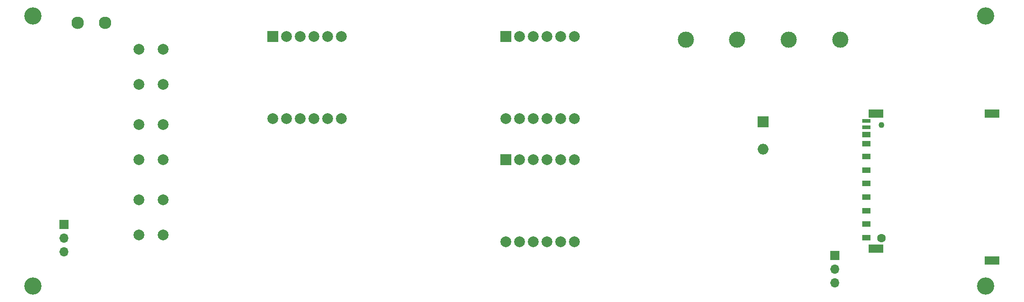
<source format=gbr>
%TF.GenerationSoftware,KiCad,Pcbnew,(5.1.9)-1*%
%TF.CreationDate,2021-09-06T15:07:46-04:00*%
%TF.ProjectId,PCB Heater,50434220-4865-4617-9465-722e6b696361,rev?*%
%TF.SameCoordinates,Original*%
%TF.FileFunction,Soldermask,Bot*%
%TF.FilePolarity,Negative*%
%FSLAX46Y46*%
G04 Gerber Fmt 4.6, Leading zero omitted, Abs format (unit mm)*
G04 Created by KiCad (PCBNEW (5.1.9)-1) date 2021-09-06 15:07:46*
%MOMM*%
%LPD*%
G01*
G04 APERTURE LIST*
%ADD10C,3.200000*%
%ADD11C,2.000000*%
%ADD12R,2.000000X2.000000*%
%ADD13O,1.700000X1.700000*%
%ADD14R,1.700000X1.700000*%
%ADD15C,3.000000*%
%ADD16R,2.800000X1.500000*%
%ADD17C,1.100000*%
%ADD18C,1.600000*%
%ADD19R,1.500000X0.700000*%
%ADD20R,1.500000X1.000000*%
%ADD21C,2.300000*%
%ADD22O,2.000000X2.000000*%
G04 APERTURE END LIST*
D10*
%TO.C,H3*%
X229870000Y-49530000D03*
%TD*%
%TO.C,H4*%
X229870000Y-99695000D03*
%TD*%
%TO.C,H1*%
X53340000Y-99695000D03*
%TD*%
%TO.C,H2*%
X53340000Y-49530000D03*
%TD*%
D11*
%TO.C,DS3*%
X97790000Y-68580000D03*
X100330000Y-68580000D03*
X102870000Y-68580000D03*
X105410000Y-68580000D03*
X107950000Y-68580000D03*
X110490000Y-68580000D03*
X110490000Y-53340000D03*
X107950000Y-53340000D03*
X105410000Y-53340000D03*
X102870000Y-53340000D03*
X100330000Y-53340000D03*
D12*
X97790000Y-53340000D03*
%TD*%
D11*
%TO.C,SW3*%
X77470000Y-83670000D03*
X72970000Y-83670000D03*
X77470000Y-90170000D03*
X72970000Y-90170000D03*
%TD*%
%TO.C,SW2*%
X77470000Y-69700000D03*
X72970000Y-69700000D03*
X77470000Y-76200000D03*
X72970000Y-76200000D03*
%TD*%
%TO.C,SW1*%
X77470000Y-55730000D03*
X72970000Y-55730000D03*
X77470000Y-62230000D03*
X72970000Y-62230000D03*
%TD*%
D13*
%TO.C,RV1*%
X59055000Y-93345000D03*
X59055000Y-90805000D03*
D14*
X59055000Y-88265000D03*
%TD*%
D13*
%TO.C,J7*%
X201930000Y-99060000D03*
X201930000Y-96520000D03*
D14*
X201930000Y-93980000D03*
%TD*%
D15*
%TO.C,J5*%
X202890000Y-53975000D03*
X193360000Y-53975000D03*
X183830000Y-53975000D03*
X174300000Y-53975000D03*
%TD*%
D16*
%TO.C,J4*%
X209535000Y-67630000D03*
X231035000Y-67630000D03*
X231035000Y-94930000D03*
X209535000Y-92730000D03*
D17*
X210535000Y-69780000D03*
D18*
X210535000Y-90780000D03*
D19*
X207735000Y-69025000D03*
X207735000Y-70225000D03*
D20*
X207735000Y-90655000D03*
X207735000Y-71525000D03*
X207735000Y-73225000D03*
X207735000Y-75655000D03*
X207735000Y-78155000D03*
X207735000Y-80655000D03*
X207735000Y-83155000D03*
X207735000Y-85655000D03*
X207735000Y-88155000D03*
%TD*%
D21*
%TO.C,J3*%
X61595000Y-50800000D03*
X66675000Y-50800000D03*
%TD*%
D11*
%TO.C,DS2*%
X140970000Y-91440000D03*
X143510000Y-91440000D03*
X146050000Y-91440000D03*
X148590000Y-91440000D03*
X151130000Y-91440000D03*
X153670000Y-91440000D03*
X153670000Y-76200000D03*
X151130000Y-76200000D03*
X148590000Y-76200000D03*
X146050000Y-76200000D03*
X143510000Y-76200000D03*
D12*
X140970000Y-76200000D03*
%TD*%
D11*
%TO.C,DS1*%
X140970000Y-68580000D03*
X143510000Y-68580000D03*
X146050000Y-68580000D03*
X148590000Y-68580000D03*
X151130000Y-68580000D03*
X153670000Y-68580000D03*
X153670000Y-53340000D03*
X151130000Y-53340000D03*
X148590000Y-53340000D03*
X146050000Y-53340000D03*
X143510000Y-53340000D03*
D12*
X140970000Y-53340000D03*
%TD*%
D22*
%TO.C,D4*%
X188595000Y-74295000D03*
D12*
X188595000Y-69215000D03*
%TD*%
M02*

</source>
